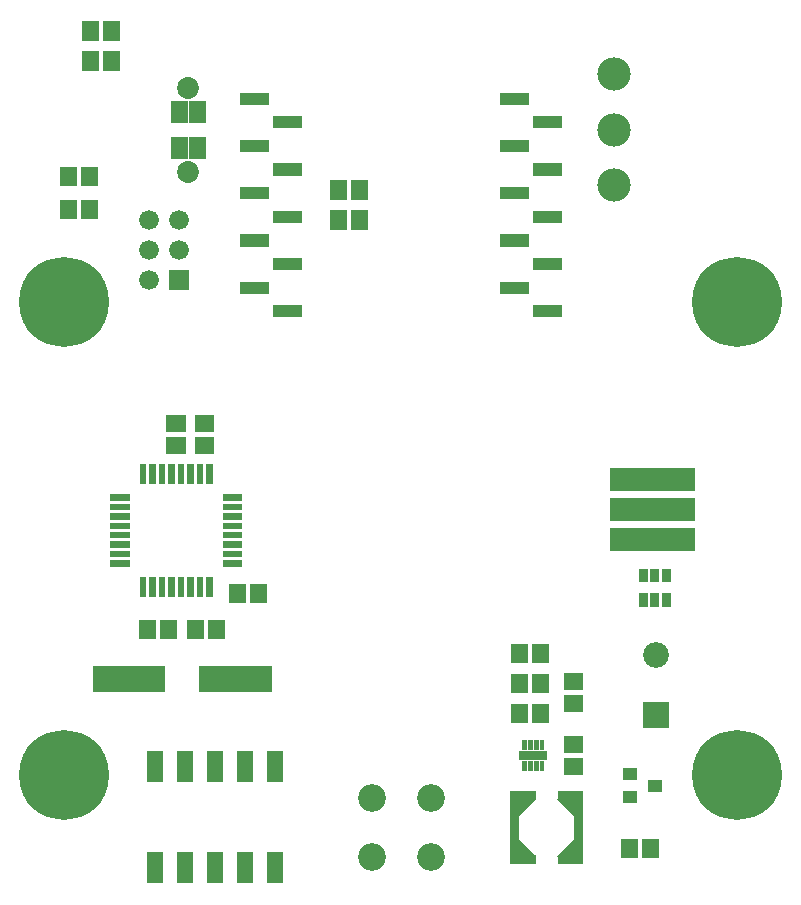
<source format=gbr>
G04 start of page 7 for group -4063 idx -4063 *
G04 Title: (unknown), componentmask *
G04 Creator: pcb 20110918 *
G04 CreationDate: Mon 25 May 2015 02:47:13 AM GMT UTC *
G04 For: railfan *
G04 Format: Gerber/RS-274X *
G04 PCB-Dimensions: 269500 307800 *
G04 PCB-Coordinate-Origin: lower left *
%MOIN*%
%FSLAX25Y25*%
%LNTOPMASK*%
%ADD86R,0.0410X0.0410*%
%ADD85R,0.0300X0.0300*%
%ADD84R,0.0257X0.0257*%
%ADD83R,0.0158X0.0158*%
%ADD82R,0.0760X0.0760*%
%ADD81R,0.0300X0.0300*%
%ADD80R,0.0290X0.0290*%
%ADD79R,0.0400X0.0400*%
%ADD78R,0.0217X0.0217*%
%ADD77R,0.0572X0.0572*%
%ADD76R,0.0847X0.0847*%
%ADD75R,0.0520X0.0520*%
%ADD74C,0.1110*%
%ADD73C,0.0860*%
%ADD72C,0.0920*%
%ADD71C,0.0730*%
%ADD70C,0.0660*%
%ADD69C,0.0001*%
%ADD68C,0.2997*%
G54D68*X22600Y200400D03*
Y42900D03*
G54D69*G36*
X57700Y211100D02*Y204500D01*
X64300D01*
Y211100D01*
X57700D01*
G37*
G54D70*X61000Y217800D03*
X51000Y207800D03*
Y217800D03*
X61000Y227800D03*
X51000D03*
G54D71*X64000Y243750D03*
Y271850D03*
G54D68*X246900Y200400D03*
Y42900D03*
G54D72*X125157Y35143D03*
Y15457D03*
X144843Y35143D03*
Y15457D03*
G54D69*G36*
X215700Y67100D02*Y58500D01*
X224300D01*
Y67100D01*
X215700D01*
G37*
G54D73*X220000Y82800D03*
G54D74*X206000Y276300D03*
Y257800D03*
Y239300D03*
G54D75*X93000Y48350D02*Y43150D01*
Y14450D02*Y9250D01*
X83000Y48350D02*Y43150D01*
Y14450D02*Y9250D01*
X73000Y48350D02*Y43150D01*
Y14450D02*Y9250D01*
X63000Y48350D02*Y43150D01*
Y14450D02*Y9250D01*
X53000Y14450D02*Y9250D01*
G54D76*X71843Y74800D02*X87591D01*
G54D75*X53000Y48350D02*Y43150D01*
G54D76*X36409Y74800D02*X52157D01*
G54D77*X50457Y91693D02*Y90907D01*
G54D78*X58425Y107734D02*Y103308D01*
X61575Y107734D02*Y103308D01*
X64725Y107734D02*Y103308D01*
X67874Y107734D02*Y103308D01*
X71024Y107734D02*Y103308D01*
X76566Y113277D02*X80992D01*
G54D77*X80457Y103693D02*Y102907D01*
X87543Y103693D02*Y102907D01*
G54D78*X76566Y116426D02*X80992D01*
X76566Y119576D02*X80992D01*
X76566Y122725D02*X80992D01*
X76566Y125875D02*X80992D01*
X76566Y129025D02*X80992D01*
G54D77*X73543Y91693D02*Y90907D01*
X66457Y91693D02*Y90907D01*
X57543Y91693D02*Y90907D01*
G54D78*X76566Y132174D02*X80992D01*
X76566Y135324D02*X80992D01*
X48977Y107734D02*Y103308D01*
X52126Y107734D02*Y103308D01*
X55276Y107734D02*Y103308D01*
X55275Y145292D02*Y140866D01*
X52126Y145292D02*Y140866D01*
X48976Y145292D02*Y140866D01*
X39008Y135323D02*X43434D01*
X39008Y132174D02*X43434D01*
X39008Y129024D02*X43434D01*
X39008Y125875D02*X43434D01*
X39008Y122725D02*X43434D01*
X39008Y119575D02*X43434D01*
X39008Y116426D02*X43434D01*
X39008Y113276D02*X43434D01*
G54D77*X218043Y18693D02*Y17907D01*
X210957Y18693D02*Y17907D01*
G54D79*X211043Y43143D02*X211643D01*
X211043Y35343D02*X211643D01*
X219243Y39243D02*X219843D01*
G54D80*X194200Y36000D02*Y14600D01*
G54D69*G36*
X189577Y37396D02*X195596Y31377D01*
X193050Y28831D01*
X187031Y34850D01*
X189577Y37396D01*
G37*
G36*
X187031Y15750D02*X193050Y21769D01*
X195596Y19223D01*
X189577Y13204D01*
X187031Y15750D01*
G37*
G36*
X191250Y36650D02*Y33050D01*
X194850D01*
Y36650D01*
X191250D01*
G37*
G36*
Y17550D02*Y13950D01*
X194850D01*
Y17550D01*
X191250D01*
G37*
G54D80*X188600Y14600D02*X194200D01*
X172800Y36000D02*Y14600D01*
Y36000D02*X178400D01*
G54D69*G36*
X171404Y31377D02*X177423Y37396D01*
X179969Y34850D01*
X173950Y28831D01*
X171404Y31377D01*
G37*
G36*
X172150Y36650D02*Y33050D01*
X175750D01*
Y36650D01*
X172150D01*
G37*
G54D80*X172800Y14600D02*X178400D01*
G54D69*G36*
X173950Y21769D02*X179969Y15750D01*
X177423Y13204D01*
X171404Y19223D01*
X173950Y21769D01*
G37*
G36*
X172150Y17550D02*Y13950D01*
X175750D01*
Y17550D01*
X172150D01*
G37*
G54D81*X215600Y101900D02*Y100300D01*
X219500Y101900D02*Y100300D01*
X223400Y101900D02*Y100300D01*
Y110100D02*Y108500D01*
G54D82*X208500Y121300D02*X229000D01*
X208500Y131300D02*X229000D01*
X208500Y141300D02*X229000D01*
G54D81*X219500Y110100D02*Y108500D01*
X215600Y110100D02*Y108500D01*
G54D77*X181543Y63693D02*Y62907D01*
X174457Y63693D02*Y62907D01*
X192107Y66757D02*X192893D01*
X174457Y83693D02*Y82907D01*
X181543Y83693D02*Y82907D01*
X174457Y73693D02*Y72907D01*
X181543Y73693D02*Y72907D01*
X192107Y73843D02*X192893D01*
G54D83*X181953Y53828D02*Y52056D01*
X179984Y53828D02*Y52056D01*
X178016Y53828D02*Y52056D01*
X176047Y53828D02*Y52056D01*
Y46544D02*Y44772D01*
X178016Y46544D02*Y44772D01*
X179984Y46544D02*Y44772D01*
X181953Y46544D02*Y44772D01*
G54D84*X176047Y49300D02*X181953D01*
G54D85*X175870D02*X182130D01*
G54D77*X192107Y45757D02*X192893D01*
X192107Y52843D02*X192893D01*
G54D80*X188600Y36000D02*X194200D01*
G54D86*X170059Y268233D02*X175571D01*
X170059Y252485D02*X175571D01*
X170059Y236737D02*X175571D01*
X170059Y220989D02*X175571D01*
X170059Y205241D02*X175571D01*
X181043Y197367D02*X186555D01*
X181043Y213115D02*X186555D01*
X181043Y228863D02*X186555D01*
X181043Y244611D02*X186555D01*
X181043Y260359D02*X186555D01*
G54D77*X61050Y252700D02*Y251100D01*
X66950Y252700D02*Y251100D01*
X61050Y264500D02*Y262900D01*
X66950Y264500D02*Y262900D01*
X121043Y238193D02*Y237407D01*
X113957Y238193D02*Y237407D01*
X121043Y228193D02*Y227407D01*
X113957Y228193D02*Y227407D01*
G54D86*X83445Y268233D02*X88957D01*
X83445Y252485D02*X88957D01*
X94429Y244611D02*X99941D01*
X94429Y260359D02*X99941D01*
X83445Y236737D02*X88957D01*
X83445Y220989D02*X88957D01*
X83445Y205241D02*X88957D01*
X94429Y197367D02*X99941D01*
X94429Y213115D02*X99941D01*
X94429Y228863D02*X99941D01*
G54D77*X69107Y152757D02*X69893D01*
X69107Y159843D02*X69893D01*
X59607Y152757D02*X60393D01*
X59607Y159843D02*X60393D01*
G54D78*X71023Y145292D02*Y140866D01*
X67874Y145292D02*Y140866D01*
X64724Y145292D02*Y140866D01*
X61575Y145292D02*Y140866D01*
X58425Y145292D02*Y140866D01*
G54D77*X31457Y291193D02*Y290407D01*
X38543Y291193D02*Y290407D01*
X31457Y281193D02*Y280407D01*
X38543Y281193D02*Y280407D01*
X23957Y242693D02*Y241907D01*
X31043Y242693D02*Y241907D01*
X23957Y231693D02*Y230907D01*
X31043Y231693D02*Y230907D01*
M02*

</source>
